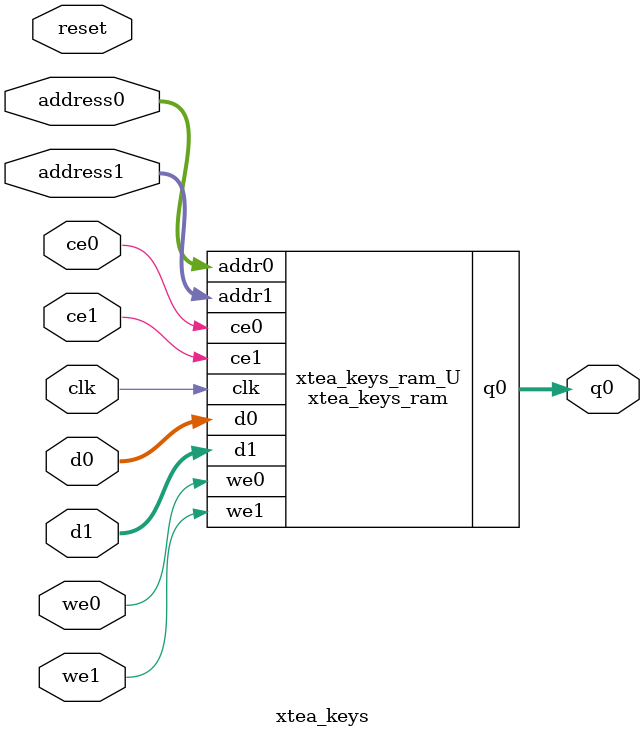
<source format=v>

`timescale 1 ns / 1 ps
module xtea_keys_ram (addr0, ce0, d0, we0, q0, addr1, ce1, d1, we1,  clk);

parameter DWIDTH = 32;
parameter AWIDTH = 2;
parameter MEM_SIZE = 4;

input[AWIDTH-1:0] addr0;
input ce0;
input[DWIDTH-1:0] d0;
input we0;
output reg[DWIDTH-1:0] q0;
input[AWIDTH-1:0] addr1;
input ce1;
input[DWIDTH-1:0] d1;
input we1;
input clk;

(* ram_style = "block" *)reg [DWIDTH-1:0] ram[0:MEM_SIZE-1];




always @(posedge clk)  
begin 
    if (ce0) 
    begin
        if (we0) 
        begin 
            ram[addr0] <= d0; 
            q0 <= d0;
        end 
        else 
            q0 <= ram[addr0];
    end
end


always @(posedge clk)  
begin 
    if (ce1) 
    begin
        if (we1) 
        begin 
            ram[addr1] <= d1; 
        end 
    end
end


endmodule


`timescale 1 ns / 1 ps
module xtea_keys(
    reset,
    clk,
    address0,
    ce0,
    we0,
    d0,
    q0,
    address1,
    ce1,
    we1,
    d1);

parameter DataWidth = 32'd32;
parameter AddressRange = 32'd4;
parameter AddressWidth = 32'd2;
input reset;
input clk;
input[AddressWidth - 1:0] address0;
input ce0;
input we0;
input[DataWidth - 1:0] d0;
output[DataWidth - 1:0] q0;
input[AddressWidth - 1:0] address1;
input ce1;
input we1;
input[DataWidth - 1:0] d1;



xtea_keys_ram xtea_keys_ram_U(
    .clk( clk ),
    .addr0( address0 ),
    .ce0( ce0 ),
    .we0( we0 ),
    .d0( d0 ),
    .q0( q0 ),
    .addr1( address1 ),
    .ce1( ce1 ),
    .we1( we1 ),
    .d1( d1 ));

endmodule


</source>
